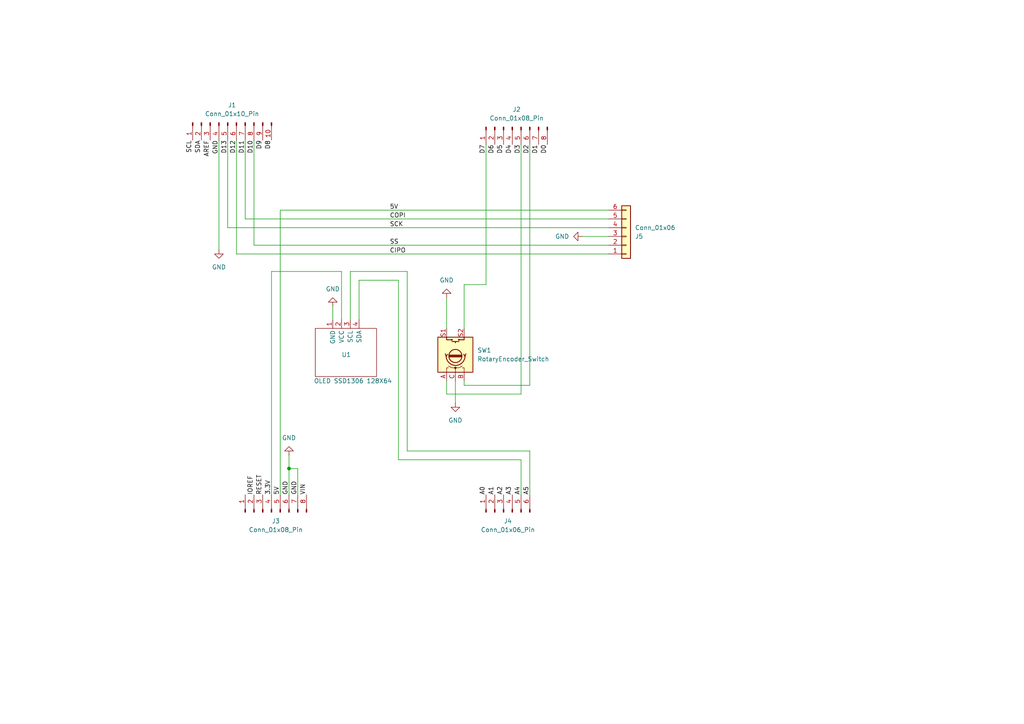
<source format=kicad_sch>
(kicad_sch (version 20230121) (generator eeschema)
  (paper "A4")
  (lib_symbols
    (symbol "Connector:Conn_01x06_Pin" (pin_names (offset 1.016) hide)
      (property "Reference" "J" (at 0 7.62 0))
      (property "Value" "Conn_01x06_Pin" (at 0 -10.16 0))
      (symbol "Conn_01x06_Pin_1_1"
        (polyline (pts (xy 1.27 -7.62) (xy 0.8636 -7.62)) (stroke (width 0.1524)))
        (polyline (pts (xy 1.27 -5.08) (xy 0.8636 -5.08)) (stroke (width 0.1524)))
        (polyline (pts (xy 1.27 -2.54) (xy 0.8636 -2.54)) (stroke (width 0.1524)))
        (polyline (pts (xy 1.27 0) (xy 0.8636 0)) (stroke (width 0.1524)))
        (polyline (pts (xy 1.27 2.54) (xy 0.8636 2.54)) (stroke (width 0.1524)))
        (polyline (pts (xy 1.27 5.08) (xy 0.8636 5.08)) (stroke (width 0.1524)))
        (rectangle (start 0.8636 -7.493) (end 0 -7.747) (stroke (width 0.1524)) (fill (type outline)))
        (rectangle (start 0.8636 -4.953) (end 0 -5.207) (stroke (width 0.1524)) (fill (type outline)))
        (rectangle (start 0.8636 -2.413) (end 0 -2.667) (stroke (width 0.1524)) (fill (type outline)))
        (rectangle (start 0.8636 0.127) (end 0 -0.127) (stroke (width 0.1524)) (fill (type outline)))
        (rectangle (start 0.8636 2.667) (end 0 2.413) (stroke (width 0.1524)) (fill (type outline)))
        (rectangle (start 0.8636 5.207) (end 0 4.953) (stroke (width 0.1524)) (fill (type outline)))
        (pin passive line (at 5.08 5.08 180) (length 3.81) (name "Pin_1") (number "1"))
        (pin passive line (at 5.08 2.54 180) (length 3.81) (name "Pin_2") (number "2"))
        (pin passive line (at 5.08 0 180) (length 3.81) (name "Pin_3") (number "3"))
        (pin passive line (at 5.08 -2.54 180) (length 3.81) (name "Pin_4") (number "4"))
        (pin passive line (at 5.08 -5.08 180) (length 3.81) (name "Pin_5") (number "5"))
        (pin passive line (at 5.08 -7.62 180) (length 3.81) (name "Pin_6") (number "6"))
      )
    )
    (symbol "Connector:Conn_01x08_Pin" (pin_names (offset 1.016) hide)
      (property "Reference" "J" (at 0 10.16 0))
      (property "Value" "Conn_01x08_Pin" (at 0 -12.7 0))
      (symbol "Conn_01x08_Pin_1_1"
        (polyline (pts (xy 1.27 -10.16) (xy 0.8636 -10.16)) (stroke (width 0.1524)))
        (polyline (pts (xy 1.27 -7.62) (xy 0.8636 -7.62)) (stroke (width 0.1524)))
        (polyline (pts (xy 1.27 -5.08) (xy 0.8636 -5.08)) (stroke (width 0.1524)))
        (polyline (pts (xy 1.27 -2.54) (xy 0.8636 -2.54)) (stroke (width 0.1524)))
        (polyline (pts (xy 1.27 0) (xy 0.8636 0)) (stroke (width 0.1524)))
        (polyline (pts (xy 1.27 2.54) (xy 0.8636 2.54)) (stroke (width 0.1524)))
        (polyline (pts (xy 1.27 5.08) (xy 0.8636 5.08)) (stroke (width 0.1524)))
        (polyline (pts (xy 1.27 7.62) (xy 0.8636 7.62)) (stroke (width 0.1524)))
        (rectangle (start 0.8636 -10.033) (end 0 -10.287) (stroke (width 0.1524)) (fill (type outline)))
        (rectangle (start 0.8636 -7.493) (end 0 -7.747) (stroke (width 0.1524)) (fill (type outline)))
        (rectangle (start 0.8636 -4.953) (end 0 -5.207) (stroke (width 0.1524)) (fill (type outline)))
        (rectangle (start 0.8636 -2.413) (end 0 -2.667) (stroke (width 0.1524)) (fill (type outline)))
        (rectangle (start 0.8636 0.127) (end 0 -0.127) (stroke (width 0.1524)) (fill (type outline)))
        (rectangle (start 0.8636 2.667) (end 0 2.413) (stroke (width 0.1524)) (fill (type outline)))
        (rectangle (start 0.8636 5.207) (end 0 4.953) (stroke (width 0.1524)) (fill (type outline)))
        (rectangle (start 0.8636 7.747) (end 0 7.493) (stroke (width 0.1524)) (fill (type outline)))
        (pin passive line (at 5.08 7.62 180) (length 3.81) (name "Pin_1") (number "1"))
        (pin passive line (at 5.08 5.08 180) (length 3.81) (name "Pin_2") (number "2"))
        (pin passive line (at 5.08 2.54 180) (length 3.81) (name "Pin_3") (number "3"))
        (pin passive line (at 5.08 0 180) (length 3.81) (name "Pin_4") (number "4"))
        (pin passive line (at 5.08 -2.54 180) (length 3.81) (name "Pin_5") (number "5"))
        (pin passive line (at 5.08 -5.08 180) (length 3.81) (name "Pin_6") (number "6"))
        (pin passive line (at 5.08 -7.62 180) (length 3.81) (name "Pin_7") (number "7"))
        (pin passive line (at 5.08 -10.16 180) (length 3.81) (name "Pin_8") (number "8"))
      )
    )
    (symbol "Connector:Conn_01x10_Pin" (pin_names (offset 1.016) hide)
      (property "Reference" "J" (at 0 12.7 0))
      (property "Value" "Conn_01x10_Pin" (at 0 -15.24 0))
      (symbol "Conn_01x10_Pin_1_1"
        (polyline (pts (xy 1.27 -12.7) (xy 0.8636 -12.7)) (stroke (width 0.1524)))
        (polyline (pts (xy 1.27 -10.16) (xy 0.8636 -10.16)) (stroke (width 0.1524)))
        (polyline (pts (xy 1.27 -7.62) (xy 0.8636 -7.62)) (stroke (width 0.1524)))
        (polyline (pts (xy 1.27 -5.08) (xy 0.8636 -5.08)) (stroke (width 0.1524)))
        (polyline (pts (xy 1.27 -2.54) (xy 0.8636 -2.54)) (stroke (width 0.1524)))
        (polyline (pts (xy 1.27 0) (xy 0.8636 0)) (stroke (width 0.1524)))
        (polyline (pts (xy 1.27 2.54) (xy 0.8636 2.54)) (stroke (width 0.1524)))
        (polyline (pts (xy 1.27 5.08) (xy 0.8636 5.08)) (stroke (width 0.1524)))
        (polyline (pts (xy 1.27 7.62) (xy 0.8636 7.62)) (stroke (width 0.1524)))
        (polyline (pts (xy 1.27 10.16) (xy 0.8636 10.16)) (stroke (width 0.1524)))
        (rectangle (start 0.8636 -12.573) (end 0 -12.827) (stroke (width 0.1524)) (fill (type outline)))
        (rectangle (start 0.8636 -10.033) (end 0 -10.287) (stroke (width 0.1524)) (fill (type outline)))
        (rectangle (start 0.8636 -7.493) (end 0 -7.747) (stroke (width 0.1524)) (fill (type outline)))
        (rectangle (start 0.8636 -4.953) (end 0 -5.207) (stroke (width 0.1524)) (fill (type outline)))
        (rectangle (start 0.8636 -2.413) (end 0 -2.667) (stroke (width 0.1524)) (fill (type outline)))
        (rectangle (start 0.8636 0.127) (end 0 -0.127) (stroke (width 0.1524)) (fill (type outline)))
        (rectangle (start 0.8636 2.667) (end 0 2.413) (stroke (width 0.1524)) (fill (type outline)))
        (rectangle (start 0.8636 5.207) (end 0 4.953) (stroke (width 0.1524)) (fill (type outline)))
        (rectangle (start 0.8636 7.747) (end 0 7.493) (stroke (width 0.1524)) (fill (type outline)))
        (rectangle (start 0.8636 10.287) (end 0 10.033) (stroke (width 0.1524)) (fill (type outline)))
        (pin passive line (at 5.08 10.16 180) (length 3.81) (name "Pin_1") (number "1"))
        (pin passive line (at 5.08 -12.7 180) (length 3.81) (name "Pin_10") (number "10"))
        (pin passive line (at 5.08 7.62 180) (length 3.81) (name "Pin_2") (number "2"))
        (pin passive line (at 5.08 5.08 180) (length 3.81) (name "Pin_3") (number "3"))
        (pin passive line (at 5.08 2.54 180) (length 3.81) (name "Pin_4") (number "4"))
        (pin passive line (at 5.08 0 180) (length 3.81) (name "Pin_5") (number "5"))
        (pin passive line (at 5.08 -2.54 180) (length 3.81) (name "Pin_6") (number "6"))
        (pin passive line (at 5.08 -5.08 180) (length 3.81) (name "Pin_7") (number "7"))
        (pin passive line (at 5.08 -7.62 180) (length 3.81) (name "Pin_8") (number "8"))
        (pin passive line (at 5.08 -10.16 180) (length 3.81) (name "Pin_9") (number "9"))
      )
    )
    (symbol "Connector_Generic:Conn_01x06" (pin_names (offset 1.016) hide)
      (property "Reference" "J" (at 0 7.62 0))
      (property "Value" "Conn_01x06" (at 0 -10.16 0))
      (symbol "Conn_01x06_1_1"
        (rectangle (start -1.27 -7.493) (end 0 -7.747) (stroke (width 0.1524)))
        (rectangle (start -1.27 -4.953) (end 0 -5.207) (stroke (width 0.1524)))
        (rectangle (start -1.27 -2.413) (end 0 -2.667) (stroke (width 0.1524)))
        (rectangle (start -1.27 0.127) (end 0 -0.127) (stroke (width 0.1524)))
        (rectangle (start -1.27 2.667) (end 0 2.413) (stroke (width 0.1524)))
        (rectangle (start -1.27 5.207) (end 0 4.953) (stroke (width 0.1524)))
        (rectangle (start -1.27 6.35) (end 1.27 -8.89) (stroke (width 0.254)) (fill (type background)))
        (pin passive line (at -5.08 5.08 0) (length 3.81) (name "Pin_1") (number "1"))
        (pin passive line (at -5.08 2.54 0) (length 3.81) (name "Pin_2") (number "2"))
        (pin passive line (at -5.08 0 0) (length 3.81) (name "Pin_3") (number "3"))
        (pin passive line (at -5.08 -2.54 0) (length 3.81) (name "Pin_4") (number "4"))
        (pin passive line (at -5.08 -5.08 0) (length 3.81) (name "Pin_5") (number "5"))
        (pin passive line (at -5.08 -7.62 0) (length 3.81) (name "Pin_6") (number "6"))
      )
    )
    (symbol "Device:RotaryEncoder_Switch" (pin_names (offset 0.254) hide)
      (property "Reference" "SW" (at 0 6.604 0))
      (property "Value" "RotaryEncoder_Switch" (at 0 -6.604 0))
      (symbol "RotaryEncoder_Switch_0_1"
        (rectangle (start -5.08 5.08) (end 5.08 -5.08) (stroke (width 0.254)) (fill (type background)))
        (circle (center -3.81 0) (radius 0.254) (fill (type outline)))
        (circle (center -0.381 0) (radius 1.905) (stroke (width 0.254)))
        (arc (start -0.381 2.667) (mid -3.0988 -0.0635) (end -0.381 -2.794) (stroke (width 0.254)))
        (polyline (pts (xy -0.635 -1.778) (xy -0.635 1.778)) (stroke (width 0.254)))
        (polyline (pts (xy -0.381 -1.778) (xy -0.381 1.778)) (stroke (width 0.254)))
        (polyline (pts (xy -0.127 1.778) (xy -0.127 -1.778)) (stroke (width 0.254)))
        (polyline (pts (xy 3.81 0) (xy 3.429 0)) (stroke (width 0.254)))
        (polyline (pts (xy 3.81 1.016) (xy 3.81 -1.016)) (stroke (width 0.254)))
        (polyline (pts (xy -5.08 -2.54) (xy -3.81 -2.54) (xy -3.81 -2.032)))
        (polyline (pts (xy -5.08 2.54) (xy -3.81 2.54) (xy -3.81 2.032)))
        (polyline (pts (xy 0.254 -3.048) (xy -0.508 -2.794) (xy 0.127 -2.413)) (stroke (width 0.254)))
        (polyline (pts (xy 0.254 2.921) (xy -0.508 2.667) (xy 0.127 2.286)) (stroke (width 0.254)))
        (polyline (pts (xy 5.08 -2.54) (xy 4.318 -2.54) (xy 4.318 -1.016)) (stroke (width 0.254)))
        (polyline (pts (xy 5.08 2.54) (xy 4.318 2.54) (xy 4.318 1.016)) (stroke (width 0.254)))
        (polyline (pts (xy -5.08 0) (xy -3.81 0) (xy -3.81 -1.016) (xy -3.302 -2.032)))
        (polyline (pts (xy -4.318 0) (xy -3.81 0) (xy -3.81 1.016) (xy -3.302 2.032)))
        (circle (center 4.318 -1.016) (radius 0.127) (stroke (width 0.254)))
        (circle (center 4.318 1.016) (radius 0.127) (stroke (width 0.254)))
      )
      (symbol "RotaryEncoder_Switch_1_1"
        (pin passive line (at -7.62 2.54 0) (length 2.54) (name "A") (number "A"))
        (pin passive line (at -7.62 -2.54 0) (length 2.54) (name "B") (number "B"))
        (pin passive line (at -7.62 0 0) (length 2.54) (name "C") (number "C"))
        (pin passive line (at 7.62 2.54 180) (length 2.54) (name "S1") (number "S1"))
        (pin passive line (at 7.62 -2.54 180) (length 2.54) (name "S2") (number "S2"))
      )
    )
    (symbol "New_Library:OLED_I2C"
      (property "Reference" "U" (at 3.81 -10.16 0))
      (symbol "OLED_I2C_0_1"
        (rectangle (start -5.08 -2.54) (end 12.7 -16.51))
      )
      (symbol "OLED_I2C_1_1"
        (pin power_in line (at 0 0 270) (length 2.54) (name "GND") (number "1"))
        (pin power_in line (at 2.54 0 270) (length 2.54) (name "VCC") (number "2"))
        (pin bidirectional line (at 5.08 0 270) (length 2.54) (name "SCL") (number "3"))
        (pin bidirectional line (at 7.62 0 270) (length 2.54) (name "SDA") (number "4"))
      )
    )
    (symbol "power:GND" (power) (pin_names (offset 0))
      (property "Value" "GND" (at 0 -3.81 0))
      (symbol "GND_0_1"
        (polyline (pts (xy 0 0) (xy 0 -1.27) (xy 1.27 -1.27) (xy 0 -2.54) (xy -1.27 -1.27) (xy 0 -1.27)))
      )
      (symbol "GND_1_1"
        (pin power_in line (at 0 0 270) (length 0) hide (name "GND") (number "1"))
      )
    )
  )
  (junction (at 83.82 135.89))
  (wire (pts (xy 134.62 111.76) (xy 153.67 111.76)))
  (wire (pts (xy 134.62 82.55) (xy 140.97 82.55)))
  (wire (pts (xy 101.6 78.74) (xy 118.11 78.74)))
  (wire (pts (xy 68.58 73.66) (xy 68.58 40.64)))
  (wire (pts (xy 104.14 92.71) (xy 104.14 81.28)))
  (wire (pts (xy 96.52 92.71) (xy 96.52 88.9)))
  (wire (pts (xy 176.53 60.96) (xy 81.28 60.96)))
  (wire (pts (xy 134.62 95.25) (xy 134.62 82.55)))
  (wire (pts (xy 129.54 114.3) (xy 129.54 110.49)))
  (wire (pts (xy 63.5 40.64) (xy 63.5 72.39)))
  (wire (pts (xy 99.06 78.74) (xy 78.74 78.74)))
  (wire (pts (xy 86.36 135.89) (xy 86.36 143.51)))
  (wire (pts (xy 115.57 81.28) (xy 115.57 133.35)))
  (wire (pts (xy 151.13 133.35) (xy 151.13 143.51)))
  (wire (pts (xy 153.67 130.81) (xy 153.67 143.51)))
  (wire (pts (xy 129.54 86.36) (xy 129.54 95.25)))
  (wire (pts (xy 132.08 110.49) (xy 132.08 116.84)))
  (wire (pts (xy 153.67 41.91) (xy 153.67 111.76)))
  (wire (pts (xy 83.82 132.08) (xy 83.82 135.89)))
  (wire (pts (xy 115.57 133.35) (xy 151.13 133.35)))
  (wire (pts (xy 134.62 111.76) (xy 134.62 110.49)))
  (wire (pts (xy 83.82 135.89) (xy 83.82 143.51)))
  (wire (pts (xy 81.28 60.96) (xy 81.28 143.51)))
  (wire (pts (xy 71.12 63.5) (xy 71.12 40.64)))
  (wire (pts (xy 104.14 81.28) (xy 115.57 81.28)))
  (wire (pts (xy 73.66 71.12) (xy 73.66 40.64)))
  (wire (pts (xy 140.97 41.91) (xy 140.97 82.55)))
  (wire (pts (xy 99.06 92.71) (xy 99.06 78.74)))
  (wire (pts (xy 168.91 68.58) (xy 176.53 68.58)))
  (wire (pts (xy 78.74 78.74) (xy 78.74 143.51)))
  (wire (pts (xy 176.53 63.5) (xy 71.12 63.5)))
  (wire (pts (xy 66.04 66.04) (xy 66.04 40.64)))
  (wire (pts (xy 73.66 71.12) (xy 176.53 71.12)))
  (wire (pts (xy 118.11 130.81) (xy 153.67 130.81)))
  (wire (pts (xy 151.13 41.91) (xy 151.13 114.3)))
  (wire (pts (xy 101.6 92.71) (xy 101.6 78.74)))
  (wire (pts (xy 118.11 78.74) (xy 118.11 130.81)))
  (wire (pts (xy 151.13 114.3) (xy 129.54 114.3)))
  (wire (pts (xy 176.53 66.04) (xy 66.04 66.04)))
  (wire (pts (xy 83.82 135.89) (xy 86.36 135.89)))
  (wire (pts (xy 176.53 73.66) (xy 68.58 73.66)))
  (label "A3" (at 148.59 143.51 90))
  (label "AREF" (at 60.96 40.64 270))
  (label "3.3V" (at 78.74 143.51 90))
  (label "SS" (at 113.03 71.12 0))
  (label "CIPO" (at 113.03 73.66 0))
  (label "COPI" (at 113.03 63.5 0))
  (label "D4" (at 148.59 41.91 270))
  (label "SDA" (at 58.42 40.64 270))
  (label "D3" (at 151.13 41.91 270))
  (label "D5" (at 146.05 41.91 270))
  (label "SCL" (at 55.88 40.64 270))
  (label "A1" (at 143.51 143.51 90))
  (label "RESET" (at 76.2 143.51 90))
  (label "D10" (at 73.66 40.64 270))
  (label "IOREF" (at 73.66 143.51 90))
  (label "D1" (at 156.21 41.91 270))
  (label "D2" (at 153.67 41.91 270))
  (label "A0" (at 140.97 143.51 90))
  (label "A5" (at 153.67 143.51 90))
  (label "VIN" (at 88.9 143.51 90))
  (label "GND" (at 83.82 143.51 90))
  (label "5V" (at 113.03 60.96 0))
  (label "D6" (at 143.51 41.91 270))
  (label "D0" (at 158.75 41.91 270))
  (label "D13" (at 66.04 40.64 270))
  (label "A4" (at 151.13 143.51 90))
  (label "5V" (at 81.28 143.51 90))
  (label "D12" (at 68.58 40.64 270))
  (label "GND" (at 63.5 40.64 270))
  (label "D8" (at 78.74 40.64 270))
  (label "D11" (at 71.12 40.64 270))
  (label "D9" (at 76.2 40.64 270))
  (label "D7" (at 140.97 41.91 270))
  (label "GND" (at 86.36 143.51 90))
  (label "A2" (at 146.05 143.51 90))
  (label "SCK" (at 113.03 66.04 0))
  (symbol (lib_id "Connector:Conn_01x08_Pin") (at 148.59 36.83 90) (mirror x) (unit 1)
    (property "Reference" "J2" (at 149.86 31.75 90))
    (property "Value" "Conn_01x08_Pin" (at 149.86 34.29 90))
  )
  (symbol (lib_id "New_Library:OLED_I2C") (at 96.52 92.71 0) (unit 1)
    (property "Reference" "U1" (at 99.06 102.87 0) (effects (justify left)))
    (property "Value" "OLED SSD1306 128X64 " (at 102.87 110.49 0))
  )
  (symbol (lib_id "power:GND") (at 96.52 88.9 180) (unit 1)
    (property "Reference" "#PWR06" (effects hide))
    (property "Value" "GND" (at 96.52 83.82 0))
  )
  (symbol (lib_id "Connector:Conn_01x10_Pin") (at 66.04 35.56 90) (mirror x) (unit 1)
    (property "Reference" "J1" (at 67.31 30.48 90))
    (property "Value" "Conn_01x10_Pin" (at 67.31 33.02 90))
  )
  (symbol (lib_id "Connector:Conn_01x08_Pin") (at 78.74 148.59 90) (unit 1)
    (property "Reference" "J3" (at 80.01 151.13 90))
    (property "Value" "Conn_01x08_Pin" (at 80.01 153.67 90))
  )
  (symbol (lib_id "power:GND") (at 132.08 116.84 0) (unit 1)
    (property "Reference" "#PWR03" (effects hide))
    (property "Value" "GND" (at 132.08 121.92 0))
  )
  (symbol (lib_id "power:GND") (at 129.54 86.36 180) (unit 1)
    (property "Reference" "#PWR02" (effects hide))
    (property "Value" "GND" (at 129.54 81.28 0))
  )
  (symbol (lib_id "power:GND") (at 168.91 68.58 270) (unit 1)
    (property "Reference" "#PWR05" (effects hide))
    (property "Value" "GND" (at 165.1 68.58 90) (effects (justify right)))
  )
  (symbol (lib_id "power:GND") (at 63.5 72.39 0) (unit 1)
    (property "Reference" "#PWR01" (effects hide))
    (property "Value" "GND" (at 63.5 77.47 0))
  )
  (symbol (lib_id "power:GND") (at 83.82 132.08 180) (unit 1)
    (property "Reference" "#PWR04" (effects hide))
    (property "Value" "GND" (at 83.82 127 0))
  )
  (symbol (lib_id "Connector:Conn_01x06_Pin") (at 146.05 148.59 90) (unit 1)
    (property "Reference" "J4" (at 147.32 151.13 90))
    (property "Value" "Conn_01x06_Pin" (at 147.32 153.67 90))
  )
  (symbol (lib_id "Connector_Generic:Conn_01x06") (at 181.61 68.58 0) (mirror x) (unit 1)
    (property "Reference" "J5" (at 184.15 68.58 0) (effects (justify left)))
    (property "Value" "Conn_01x06" (at 184.15 66.04 0) (effects (justify left)))
  )
  (symbol (lib_id "Device:RotaryEncoder_Switch") (at 132.08 102.87 90) (unit 1)
    (property "Reference" "SW1" (at 138.43 101.6 90) (effects (justify right)))
    (property "Value" "RotaryEncoder_Switch" (at 138.43 104.14 90) (effects (justify right)))
  )
)
</source>
